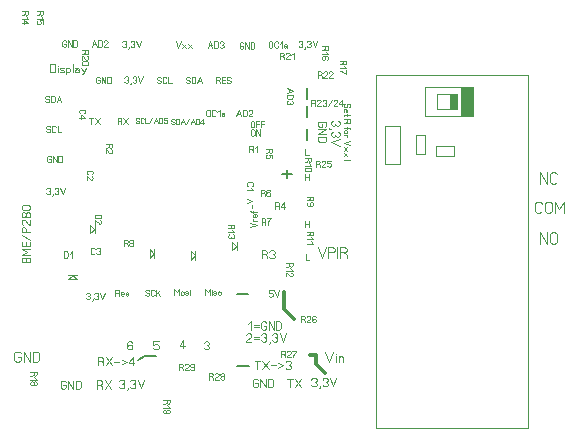
<source format=gbr>
%FSLAX32Y32*%
%MOMM*%
%LNBESTUECKUNG2*%
G71*
G01*
%ADD10C, 0.07*%
%ADD11C, 0.06*%
%ADD12C, 0.20*%
%ADD13C, 0.17*%
%ADD14C, 0.10*%
%ADD15C, 0.19*%
%ADD16C, 0.09*%
%ADD17C, 0.11*%
%ADD18C, 0.30*%
%ADD19C, 0.12*%
%LPD*%
G54D10*
X3136Y3248D02*
X3156Y3301D01*
X3176Y3248D01*
G54D10*
X3144Y3268D02*
X3168Y3268D01*
G54D10*
X3191Y3248D02*
X3191Y3301D01*
X3211Y3301D01*
X3219Y3298D01*
X3223Y3291D01*
X3223Y3258D01*
X3219Y3251D01*
X3211Y3248D01*
X3191Y3248D01*
G54D10*
X3270Y3248D02*
X3238Y3248D01*
X3238Y3251D01*
X3242Y3258D01*
X3266Y3278D01*
X3270Y3285D01*
X3270Y3291D01*
X3266Y3298D01*
X3258Y3301D01*
X3250Y3301D01*
X3242Y3298D01*
X3238Y3291D01*
G54D10*
X2913Y3291D02*
X2913Y3258D01*
X2909Y3251D01*
X2901Y3248D01*
X2893Y3248D01*
X2885Y3251D01*
X2881Y3258D01*
X2881Y3291D01*
X2885Y3298D01*
X2893Y3301D01*
X2901Y3301D01*
X2909Y3298D01*
X2913Y3291D01*
G54D10*
X2960Y3258D02*
X2956Y3251D01*
X2948Y3248D01*
X2940Y3248D01*
X2932Y3251D01*
X2928Y3258D01*
X2928Y3291D01*
X2932Y3298D01*
X2940Y3301D01*
X2948Y3301D01*
X2956Y3298D01*
X2960Y3291D01*
G54D10*
X2975Y3281D02*
X2995Y3301D01*
X2995Y3248D01*
G54D10*
X3010Y3275D02*
X3018Y3278D01*
X3027Y3278D01*
X3034Y3271D01*
X3034Y3248D01*
G54D10*
X3034Y3258D02*
X3030Y3265D01*
X3022Y3266D01*
X3014Y3265D01*
X3010Y3258D01*
X3011Y3251D01*
X3018Y3248D01*
X3022Y3248D01*
X3023Y3248D01*
X3030Y3251D01*
X3034Y3258D01*
G54D11*
X2585Y3189D02*
X2589Y3183D01*
X2595Y3181D01*
X2602Y3181D01*
X2609Y3183D01*
X2612Y3189D01*
X2612Y3195D01*
X2609Y3200D01*
X2602Y3203D01*
X2595Y3203D01*
X2589Y3206D01*
X2585Y3211D01*
X2585Y3217D01*
X2589Y3222D01*
X2595Y3225D01*
X2602Y3225D01*
X2609Y3222D01*
X2612Y3217D01*
G54D11*
X2624Y3181D02*
X2624Y3225D01*
X2641Y3225D01*
X2648Y3222D01*
X2651Y3217D01*
X2651Y3189D01*
X2648Y3183D01*
X2641Y3181D01*
X2624Y3181D01*
G54D11*
X2663Y3181D02*
X2680Y3225D01*
X2697Y3181D01*
G54D11*
X2670Y3197D02*
X2690Y3197D01*
G54D11*
X2708Y3181D02*
X2735Y3225D01*
G54D11*
X2747Y3181D02*
X2764Y3225D01*
X2781Y3181D01*
G54D11*
X2754Y3197D02*
X2774Y3197D01*
G54D11*
X2792Y3181D02*
X2792Y3225D01*
X2809Y3225D01*
X2816Y3222D01*
X2819Y3217D01*
X2819Y3189D01*
X2816Y3183D01*
X2809Y3181D01*
X2792Y3181D01*
G54D11*
X2851Y3181D02*
X2851Y3225D01*
X2831Y3197D01*
X2831Y3192D01*
X2858Y3192D01*
G54D11*
X2285Y3197D02*
X2288Y3191D01*
X2295Y3189D01*
X2301Y3189D01*
X2308Y3191D01*
X2311Y3197D01*
X2311Y3202D01*
X2308Y3208D01*
X2301Y3211D01*
X2295Y3211D01*
X2288Y3214D01*
X2285Y3219D01*
X2285Y3225D01*
X2288Y3230D01*
X2295Y3233D01*
X2301Y3233D01*
X2308Y3230D01*
X2311Y3225D01*
G54D11*
X2350Y3197D02*
X2347Y3191D01*
X2340Y3189D01*
X2334Y3189D01*
X2327Y3191D01*
X2324Y3197D01*
X2324Y3225D01*
X2327Y3230D01*
X2334Y3233D01*
X2340Y3233D01*
X2347Y3230D01*
X2350Y3225D01*
G54D11*
X2363Y3233D02*
X2363Y3189D01*
X2386Y3189D01*
G54D11*
X2398Y3189D02*
X2424Y3233D01*
G54D11*
X2437Y3189D02*
X2453Y3233D01*
X2470Y3189D01*
G54D11*
X2443Y3205D02*
X2463Y3205D01*
G54D11*
X2482Y3189D02*
X2482Y3233D01*
X2498Y3233D01*
X2505Y3230D01*
X2508Y3225D01*
X2508Y3197D01*
X2505Y3191D01*
X2498Y3189D01*
X2482Y3189D01*
G54D11*
X2547Y3233D02*
X2521Y3233D01*
X2521Y3214D01*
X2524Y3214D01*
X2531Y3216D01*
X2537Y3216D01*
X2544Y3214D01*
X2547Y3208D01*
X2547Y3197D01*
X2544Y3191D01*
X2537Y3189D01*
X2531Y3189D01*
X2524Y3191D01*
X2521Y3197D01*
G54D10*
X2145Y3211D02*
X2157Y3204D01*
X2161Y3197D01*
X2161Y3184D01*
G54D10*
X2129Y3184D02*
X2129Y3237D01*
X2149Y3237D01*
X2157Y3234D01*
X2161Y3227D01*
X2161Y3221D01*
X2157Y3214D01*
X2149Y3211D01*
X2129Y3211D01*
G54D10*
X2176Y3237D02*
X2216Y3184D01*
G54D10*
X2176Y3184D02*
X2216Y3237D01*
G54D10*
X1907Y3184D02*
X1907Y3237D01*
G54D10*
X1891Y3237D02*
X1923Y3237D01*
G54D10*
X1938Y3237D02*
X1978Y3184D01*
G54D10*
X1938Y3184D02*
X1978Y3237D01*
G54D10*
X3560Y3483D02*
X3613Y3463D01*
X3560Y3443D01*
G54D10*
X3580Y3475D02*
X3580Y3451D01*
G54D10*
X3560Y3428D02*
X3613Y3428D01*
X3613Y3408D01*
X3610Y3400D01*
X3603Y3396D01*
X3570Y3396D01*
X3563Y3400D01*
X3560Y3408D01*
X3560Y3428D01*
G54D10*
X3603Y3381D02*
X3610Y3377D01*
X3613Y3369D01*
X3613Y3361D01*
X3610Y3353D01*
X3603Y3349D01*
X3596Y3349D01*
X3590Y3353D01*
X3586Y3361D01*
X3583Y3353D01*
X3576Y3349D01*
X3570Y3349D01*
X3563Y3353D01*
X3560Y3361D01*
X3560Y3369D01*
X3563Y3377D01*
X3570Y3381D01*
G54D12*
X3237Y1746D02*
X3141Y1746D01*
G54D10*
X1863Y1743D02*
X1867Y1750D01*
X1875Y1753D01*
X1883Y1753D01*
X1891Y1750D01*
X1895Y1743D01*
X1895Y1737D01*
X1891Y1730D01*
X1883Y1727D01*
X1891Y1723D01*
X1895Y1717D01*
X1895Y1710D01*
X1891Y1703D01*
X1883Y1700D01*
X1875Y1700D01*
X1867Y1703D01*
X1863Y1710D01*
G54D10*
X1918Y1700D02*
X1918Y1693D01*
X1914Y1687D01*
X1910Y1687D01*
G54D10*
X1933Y1743D02*
X1937Y1750D01*
X1945Y1753D01*
X1953Y1753D01*
X1961Y1750D01*
X1965Y1743D01*
X1965Y1737D01*
X1961Y1730D01*
X1953Y1727D01*
X1961Y1723D01*
X1965Y1717D01*
X1965Y1710D01*
X1961Y1703D01*
X1953Y1700D01*
X1945Y1700D01*
X1937Y1703D01*
X1933Y1710D01*
G54D10*
X1980Y1753D02*
X2000Y1700D01*
X2020Y1753D01*
G54D10*
X2871Y1736D02*
X2871Y1789D01*
X2891Y1756D01*
X2911Y1789D01*
X2911Y1736D01*
G54D10*
X2926Y1736D02*
X2926Y1766D01*
G54D10*
X2926Y1776D02*
X2926Y1776D01*
G54D10*
X2941Y1739D02*
X2949Y1736D01*
X2957Y1736D01*
X2965Y1739D01*
X2965Y1746D01*
X2961Y1749D01*
X2945Y1753D01*
X2941Y1756D01*
X2941Y1763D01*
X2949Y1766D01*
X2957Y1766D01*
X2965Y1763D01*
G54D10*
X3004Y1744D02*
X3004Y1757D01*
X3000Y1764D01*
X2992Y1766D01*
X2984Y1764D01*
X2980Y1757D01*
X2980Y1744D01*
X2984Y1737D01*
X2992Y1736D01*
X3000Y1737D01*
X3004Y1744D01*
G54D10*
X2609Y1736D02*
X2609Y1789D01*
X2629Y1756D01*
X2649Y1789D01*
X2649Y1736D01*
G54D10*
X2688Y1744D02*
X2688Y1757D01*
X2684Y1764D01*
X2676Y1766D01*
X2668Y1764D01*
X2664Y1757D01*
X2664Y1744D01*
X2668Y1737D01*
X2676Y1736D01*
X2684Y1737D01*
X2688Y1744D01*
G54D10*
X2703Y1739D02*
X2711Y1736D01*
X2719Y1736D01*
X2727Y1739D01*
X2727Y1746D01*
X2723Y1749D01*
X2707Y1753D01*
X2703Y1756D01*
X2703Y1763D01*
X2711Y1766D01*
X2719Y1766D01*
X2727Y1763D01*
G54D10*
X2742Y1736D02*
X2742Y1766D01*
G54D10*
X2742Y1776D02*
X2742Y1776D01*
G54D10*
X2364Y1738D02*
X2368Y1731D01*
X2376Y1728D01*
X2384Y1728D01*
X2392Y1731D01*
X2396Y1738D01*
X2396Y1745D01*
X2392Y1751D01*
X2384Y1755D01*
X2376Y1755D01*
X2368Y1758D01*
X2364Y1765D01*
X2364Y1771D01*
X2368Y1778D01*
X2376Y1781D01*
X2384Y1781D01*
X2392Y1778D01*
X2396Y1771D01*
G54D10*
X2443Y1738D02*
X2439Y1731D01*
X2431Y1728D01*
X2423Y1728D01*
X2415Y1731D01*
X2411Y1738D01*
X2411Y1771D01*
X2415Y1778D01*
X2423Y1781D01*
X2431Y1781D01*
X2439Y1778D01*
X2443Y1771D01*
G54D10*
X2458Y1728D02*
X2458Y1781D01*
G54D10*
X2458Y1745D02*
X2490Y1781D01*
G54D10*
X2470Y1755D02*
X2490Y1728D01*
G54D10*
X2127Y1755D02*
X2139Y1748D01*
X2143Y1741D01*
X2143Y1728D01*
G54D10*
X2111Y1728D02*
X2111Y1781D01*
X2131Y1781D01*
X2139Y1778D01*
X2143Y1771D01*
X2143Y1765D01*
X2139Y1758D01*
X2131Y1755D01*
X2111Y1755D01*
G54D10*
X2182Y1731D02*
X2176Y1728D01*
X2168Y1728D01*
X2160Y1731D01*
X2158Y1738D01*
X2158Y1749D01*
X2162Y1756D01*
X2170Y1758D01*
X2178Y1756D01*
X2182Y1751D01*
X2182Y1745D01*
X2158Y1745D01*
G54D10*
X2197Y1731D02*
X2205Y1728D01*
X2213Y1728D01*
X2221Y1731D01*
X2221Y1738D01*
X2217Y1741D01*
X2201Y1745D01*
X2197Y1748D01*
X2197Y1755D01*
X2205Y1758D01*
X2213Y1758D01*
X2221Y1755D01*
G54D13*
X3602Y2757D02*
X3522Y2757D01*
G54D13*
X3562Y2790D02*
X3562Y2724D01*
G54D10*
X3442Y1773D02*
X3410Y1773D01*
X3410Y1750D01*
X3414Y1750D01*
X3422Y1753D01*
X3430Y1753D01*
X3438Y1750D01*
X3442Y1743D01*
X3442Y1730D01*
X3438Y1723D01*
X3430Y1720D01*
X3422Y1720D01*
X3414Y1723D01*
X3410Y1730D01*
G54D10*
X3457Y1773D02*
X3477Y1720D01*
X3497Y1773D01*
G54D10*
X3287Y3197D02*
X3287Y3163D01*
X3283Y3157D01*
X3275Y3153D01*
X3267Y3153D01*
X3259Y3157D01*
X3255Y3163D01*
X3255Y3197D01*
X3259Y3203D01*
X3267Y3207D01*
X3275Y3207D01*
X3283Y3203D01*
X3287Y3197D01*
G54D10*
X3302Y3153D02*
X3302Y3207D01*
X3330Y3207D01*
G54D10*
X3302Y3180D02*
X3330Y3180D01*
G54D10*
X3345Y3153D02*
X3345Y3207D01*
X3373Y3207D01*
G54D10*
X3345Y3180D02*
X3373Y3180D01*
G54D10*
X3290Y3126D02*
X3290Y3093D01*
X3286Y3086D01*
X3278Y3083D01*
X3270Y3083D01*
X3262Y3086D01*
X3258Y3093D01*
X3258Y3126D01*
X3262Y3133D01*
X3270Y3136D01*
X3278Y3136D01*
X3286Y3133D01*
X3290Y3126D01*
G54D10*
X3305Y3083D02*
X3305Y3136D01*
X3337Y3083D01*
X3337Y3136D01*
G54D14*
X1710Y1867D02*
X1782Y1867D01*
X1742Y1906D01*
X1742Y1898D01*
X1710Y1867D01*
G54D14*
X1710Y1906D02*
X1774Y1906D01*
X1782Y1906D01*
G54D14*
X1900Y2328D02*
X1900Y2256D01*
X1940Y2296D01*
X1932Y2296D01*
X1900Y2328D01*
G54D14*
X1940Y2328D02*
X1940Y2264D01*
X1940Y2256D01*
G54D14*
X2400Y2121D02*
X2400Y2050D01*
X2440Y2089D01*
X2432Y2089D01*
X2400Y2121D01*
G54D14*
X2440Y2121D02*
X2440Y2058D01*
X2440Y2050D01*
G54D14*
X2750Y2105D02*
X2750Y2034D01*
X2789Y2074D01*
X2781Y2074D01*
X2750Y2105D01*
G54D14*
X2789Y2105D02*
X2789Y2042D01*
X2789Y2034D01*
G54D14*
X3099Y2185D02*
X3099Y2113D01*
X3139Y2153D01*
X3131Y2153D01*
X3099Y2185D01*
G54D14*
X3139Y2185D02*
X3139Y2121D01*
X3139Y2113D01*
G54D10*
X3719Y2709D02*
X3719Y2762D01*
G54D10*
X3751Y2709D02*
X3751Y2762D01*
G54D10*
X3719Y2735D02*
X3751Y2735D01*
G54D10*
X3719Y2312D02*
X3719Y2365D01*
G54D10*
X3751Y2312D02*
X3751Y2365D01*
G54D10*
X3719Y2338D02*
X3751Y2338D01*
G54D10*
X3718Y2970D02*
X3718Y2917D01*
X3746Y2917D01*
G54D10*
X3726Y2081D02*
X3726Y2028D01*
X3754Y2028D01*
G54D15*
X3737Y3051D02*
X3737Y3141D01*
G54D15*
X3737Y3392D02*
X3737Y3483D01*
G54D15*
X3737Y3241D02*
X3737Y3332D01*
G54D10*
X3253Y2308D02*
X3306Y2328D01*
X3253Y2348D01*
G54D10*
X3306Y2363D02*
X3276Y2363D01*
G54D10*
X3283Y2363D02*
X3276Y2371D01*
X3276Y2379D01*
G54D10*
X3303Y2418D02*
X3306Y2412D01*
X3306Y2404D01*
X3303Y2396D01*
X3296Y2394D01*
X3285Y2394D01*
X3278Y2398D01*
X3276Y2406D01*
X3278Y2414D01*
X3283Y2418D01*
X3289Y2418D01*
X3289Y2394D01*
G54D10*
X3306Y2441D02*
X3256Y2441D01*
X3253Y2445D01*
X3255Y2449D01*
G54D10*
X3276Y2433D02*
X3276Y2449D01*
G54D11*
X3226Y2545D02*
X3270Y2529D01*
X3226Y2512D01*
G54D11*
X3270Y2500D02*
X3270Y2467D01*
G54D10*
X3261Y2969D02*
X3273Y2962D01*
X3277Y2955D01*
X3277Y2942D01*
G54D10*
X3245Y2942D02*
X3245Y2995D01*
X3265Y2995D01*
X3273Y2992D01*
X3277Y2985D01*
X3277Y2979D01*
X3273Y2972D01*
X3265Y2969D01*
X3245Y2969D01*
G54D10*
X3292Y2975D02*
X3312Y2995D01*
X3312Y2942D01*
G54D10*
X2055Y2998D02*
X2048Y2986D01*
X2042Y2982D01*
X2028Y2982D01*
G54D10*
X2028Y3014D02*
X2082Y3014D01*
X2082Y2994D01*
X2078Y2986D01*
X2072Y2982D01*
X2065Y2982D01*
X2058Y2986D01*
X2055Y2994D01*
X2055Y3014D01*
G54D10*
X2028Y2935D02*
X2028Y2967D01*
X2032Y2967D01*
X2038Y2963D01*
X2058Y2939D01*
X2065Y2935D01*
X2072Y2935D01*
X2078Y2939D01*
X2082Y2947D01*
X2082Y2955D01*
X2078Y2963D01*
X2072Y2967D01*
G54D16*
X3374Y2079D02*
X3390Y2070D01*
X3395Y2061D01*
X3395Y2044D01*
G54D16*
X3352Y2044D02*
X3352Y2115D01*
X3379Y2115D01*
X3390Y2110D01*
X3395Y2101D01*
X3395Y2093D01*
X3390Y2084D01*
X3379Y2079D01*
X3352Y2079D01*
G54D16*
X3415Y2101D02*
X3421Y2110D01*
X3431Y2115D01*
X3442Y2115D01*
X3453Y2110D01*
X3458Y2101D01*
X3458Y2093D01*
X3453Y2084D01*
X3442Y2079D01*
X3453Y2075D01*
X3458Y2066D01*
X3458Y2057D01*
X3453Y2048D01*
X3442Y2044D01*
X3431Y2044D01*
X3421Y2048D01*
X3415Y2057D01*
G54D10*
X3481Y2492D02*
X3493Y2485D01*
X3497Y2479D01*
X3497Y2465D01*
G54D10*
X3465Y2465D02*
X3465Y2519D01*
X3485Y2519D01*
X3493Y2515D01*
X3497Y2509D01*
X3497Y2502D01*
X3493Y2495D01*
X3485Y2492D01*
X3465Y2492D01*
G54D10*
X3536Y2465D02*
X3536Y2519D01*
X3512Y2485D01*
X3512Y2479D01*
X3544Y2479D01*
G54D10*
X3411Y2954D02*
X3404Y2942D01*
X3397Y2938D01*
X3384Y2938D01*
G54D10*
X3384Y2970D02*
X3437Y2970D01*
X3437Y2950D01*
X3434Y2942D01*
X3427Y2938D01*
X3421Y2938D01*
X3414Y2942D01*
X3411Y2950D01*
X3411Y2970D01*
G54D10*
X3437Y2891D02*
X3437Y2923D01*
X3414Y2923D01*
X3414Y2919D01*
X3417Y2911D01*
X3417Y2903D01*
X3414Y2895D01*
X3407Y2891D01*
X3394Y2891D01*
X3387Y2895D01*
X3384Y2903D01*
X3384Y2911D01*
X3387Y2919D01*
X3394Y2923D01*
G54D10*
X2199Y2175D02*
X2211Y2168D01*
X2215Y2161D01*
X2215Y2148D01*
G54D10*
X2183Y2148D02*
X2183Y2201D01*
X2203Y2201D01*
X2211Y2198D01*
X2215Y2191D01*
X2215Y2185D01*
X2211Y2178D01*
X2203Y2175D01*
X2183Y2175D01*
G54D10*
X2250Y2175D02*
X2242Y2175D01*
X2234Y2178D01*
X2230Y2185D01*
X2230Y2191D01*
X2234Y2198D01*
X2242Y2201D01*
X2250Y2201D01*
X2258Y2198D01*
X2262Y2191D01*
X2262Y2185D01*
X2258Y2178D01*
X2250Y2175D01*
X2258Y2171D01*
X2262Y2165D01*
X2262Y2158D01*
X2258Y2151D01*
X2250Y2148D01*
X2242Y2148D01*
X2234Y2151D01*
X2230Y2158D01*
X2230Y2165D01*
X2234Y2171D01*
X2242Y2175D01*
G54D10*
X3358Y2601D02*
X3370Y2594D01*
X3374Y2587D01*
X3374Y2574D01*
G54D10*
X3342Y2574D02*
X3342Y2627D01*
X3362Y2627D01*
X3370Y2624D01*
X3374Y2617D01*
X3374Y2611D01*
X3370Y2604D01*
X3362Y2601D01*
X3342Y2601D01*
G54D10*
X3421Y2617D02*
X3417Y2624D01*
X3409Y2627D01*
X3401Y2627D01*
X3393Y2624D01*
X3389Y2617D01*
X3389Y2601D01*
X3389Y2597D01*
X3401Y2604D01*
X3409Y2604D01*
X3417Y2601D01*
X3421Y2594D01*
X3421Y2584D01*
X3417Y2577D01*
X3409Y2574D01*
X3401Y2574D01*
X3393Y2577D01*
X3389Y2584D01*
X3389Y2601D01*
G54D10*
X3364Y2356D02*
X3376Y2349D01*
X3380Y2343D01*
X3380Y2329D01*
G54D10*
X3348Y2329D02*
X3348Y2383D01*
X3368Y2383D01*
X3376Y2379D01*
X3380Y2373D01*
X3380Y2366D01*
X3376Y2359D01*
X3368Y2356D01*
X3348Y2356D01*
G54D10*
X3395Y2383D02*
X3427Y2383D01*
X3423Y2376D01*
X3415Y2366D01*
X3407Y2353D01*
X3403Y2343D01*
X3403Y2329D01*
G54D10*
X3743Y2879D02*
X3737Y2867D01*
X3730Y2863D01*
X3717Y2863D01*
G54D10*
X3717Y2895D02*
X3770Y2895D01*
X3770Y2875D01*
X3767Y2867D01*
X3760Y2863D01*
X3753Y2863D01*
X3747Y2867D01*
X3743Y2875D01*
X3743Y2895D01*
G54D10*
X3750Y2848D02*
X3770Y2828D01*
X3717Y2828D01*
G54D10*
X3760Y2781D02*
X3727Y2781D01*
X3720Y2785D01*
X3717Y2793D01*
X3717Y2801D01*
X3720Y2809D01*
X3727Y2813D01*
X3760Y2813D01*
X3767Y2809D01*
X3770Y2801D01*
X3770Y2793D01*
X3767Y2785D01*
X3760Y2781D01*
G54D10*
X3584Y1990D02*
X3578Y1978D01*
X3571Y1974D01*
X3558Y1974D01*
G54D10*
X3558Y2006D02*
X3611Y2006D01*
X3611Y1986D01*
X3608Y1978D01*
X3601Y1974D01*
X3594Y1974D01*
X3588Y1978D01*
X3584Y1986D01*
X3584Y2006D01*
G54D10*
X3591Y1959D02*
X3611Y1939D01*
X3558Y1939D01*
G54D10*
X3558Y1892D02*
X3558Y1924D01*
X3561Y1924D01*
X3568Y1920D01*
X3588Y1896D01*
X3594Y1892D01*
X3601Y1892D01*
X3608Y1896D01*
X3611Y1904D01*
X3611Y1912D01*
X3608Y1920D01*
X3601Y1924D01*
G54D10*
X3759Y2256D02*
X3752Y2244D01*
X3746Y2240D01*
X3732Y2240D01*
G54D10*
X3732Y2272D02*
X3786Y2272D01*
X3786Y2252D01*
X3782Y2244D01*
X3776Y2240D01*
X3769Y2240D01*
X3762Y2244D01*
X3759Y2252D01*
X3759Y2272D01*
G54D10*
X3766Y2225D02*
X3786Y2205D01*
X3732Y2205D01*
G54D10*
X3766Y2190D02*
X3786Y2170D01*
X3732Y2170D01*
G54D10*
X3759Y2552D02*
X3752Y2540D01*
X3746Y2536D01*
X3732Y2536D01*
G54D10*
X3732Y2568D02*
X3786Y2568D01*
X3786Y2548D01*
X3782Y2540D01*
X3776Y2536D01*
X3769Y2536D01*
X3762Y2540D01*
X3759Y2548D01*
X3759Y2568D01*
G54D10*
X3742Y2521D02*
X3736Y2517D01*
X3732Y2509D01*
X3732Y2501D01*
X3736Y2493D01*
X3742Y2489D01*
X3759Y2489D01*
X3762Y2489D01*
X3756Y2501D01*
X3756Y2509D01*
X3759Y2517D01*
X3766Y2521D01*
X3776Y2521D01*
X3782Y2517D01*
X3786Y2509D01*
X3786Y2501D01*
X3782Y2493D01*
X3776Y2489D01*
X3759Y2489D01*
G54D10*
X1677Y2051D02*
X1677Y2104D01*
X1697Y2104D01*
X1705Y2101D01*
X1709Y2094D01*
X1709Y2061D01*
X1705Y2054D01*
X1697Y2051D01*
X1677Y2051D01*
G54D10*
X1724Y2084D02*
X1744Y2104D01*
X1744Y2051D01*
G54D10*
X1939Y2415D02*
X1992Y2415D01*
X1992Y2395D01*
X1989Y2387D01*
X1982Y2383D01*
X1949Y2383D01*
X1942Y2387D01*
X1939Y2395D01*
X1939Y2415D01*
G54D10*
X1939Y2336D02*
X1939Y2368D01*
X1942Y2368D01*
X1949Y2364D01*
X1969Y2340D01*
X1975Y2336D01*
X1982Y2336D01*
X1989Y2340D01*
X1992Y2348D01*
X1992Y2356D01*
X1989Y2364D01*
X1982Y2368D01*
G54D10*
X1935Y2089D02*
X1931Y2082D01*
X1923Y2079D01*
X1915Y2079D01*
X1907Y2082D01*
X1903Y2089D01*
X1903Y2122D01*
X1907Y2129D01*
X1915Y2132D01*
X1923Y2132D01*
X1931Y2129D01*
X1935Y2122D01*
G54D10*
X1950Y2122D02*
X1954Y2129D01*
X1962Y2132D01*
X1970Y2132D01*
X1978Y2129D01*
X1982Y2122D01*
X1982Y2115D01*
X1978Y2109D01*
X1970Y2105D01*
X1978Y2102D01*
X1982Y2095D01*
X1982Y2089D01*
X1978Y2082D01*
X1970Y2079D01*
X1962Y2079D01*
X1954Y2082D01*
X1950Y2089D01*
G54D10*
X3234Y2657D02*
X3228Y2661D01*
X3224Y2669D01*
X3224Y2677D01*
X3228Y2685D01*
X3234Y2689D01*
X3268Y2689D01*
X3274Y2685D01*
X3278Y2677D01*
X3278Y2669D01*
X3274Y2661D01*
X3268Y2657D01*
G54D10*
X3258Y2642D02*
X3278Y2622D01*
X3224Y2622D01*
G54D10*
X1877Y2756D02*
X1870Y2760D01*
X1867Y2768D01*
X1867Y2776D01*
X1870Y2784D01*
X1877Y2788D01*
X1910Y2788D01*
X1917Y2784D01*
X1920Y2776D01*
X1920Y2768D01*
X1917Y2760D01*
X1910Y2756D01*
G54D10*
X1867Y2709D02*
X1867Y2741D01*
X1870Y2741D01*
X1877Y2737D01*
X1897Y2713D01*
X1904Y2709D01*
X1910Y2709D01*
X1917Y2713D01*
X1920Y2721D01*
X1920Y2729D01*
X1917Y2737D01*
X1910Y2741D01*
G54D10*
X3092Y2315D02*
X3086Y2303D01*
X3079Y2299D01*
X3066Y2299D01*
G54D10*
X3066Y2331D02*
X3119Y2331D01*
X3119Y2311D01*
X3116Y2303D01*
X3109Y2299D01*
X3102Y2299D01*
X3096Y2303D01*
X3092Y2311D01*
X3092Y2331D01*
G54D10*
X3099Y2284D02*
X3119Y2264D01*
X3066Y2264D01*
G54D10*
X3109Y2249D02*
X3116Y2245D01*
X3119Y2237D01*
X3119Y2229D01*
X3116Y2221D01*
X3109Y2217D01*
X3102Y2217D01*
X3096Y2221D01*
X3092Y2229D01*
X3089Y2221D01*
X3082Y2217D01*
X3076Y2217D01*
X3069Y2221D01*
X3066Y2229D01*
X3066Y2237D01*
X3069Y2245D01*
X3076Y2249D01*
G54D10*
X1814Y3272D02*
X1807Y3276D01*
X1804Y3284D01*
X1804Y3292D01*
X1807Y3300D01*
X1814Y3304D01*
X1847Y3304D01*
X1854Y3300D01*
X1857Y3292D01*
X1857Y3284D01*
X1854Y3276D01*
X1847Y3272D01*
G54D10*
X1804Y3233D02*
X1857Y3233D01*
X1824Y3257D01*
X1817Y3257D01*
X1817Y3225D01*
G54D10*
X1527Y2631D02*
X1531Y2637D01*
X1539Y2641D01*
X1547Y2641D01*
X1555Y2637D01*
X1559Y2631D01*
X1559Y2624D01*
X1555Y2617D01*
X1547Y2614D01*
X1555Y2611D01*
X1559Y2604D01*
X1559Y2597D01*
X1555Y2591D01*
X1547Y2587D01*
X1539Y2587D01*
X1531Y2591D01*
X1527Y2597D01*
G54D10*
X1582Y2587D02*
X1582Y2581D01*
X1578Y2574D01*
X1574Y2574D01*
G54D10*
X1597Y2631D02*
X1601Y2637D01*
X1609Y2641D01*
X1617Y2641D01*
X1625Y2637D01*
X1629Y2631D01*
X1629Y2624D01*
X1625Y2617D01*
X1617Y2614D01*
X1625Y2611D01*
X1629Y2604D01*
X1629Y2597D01*
X1625Y2591D01*
X1617Y2587D01*
X1609Y2587D01*
X1601Y2591D01*
X1597Y2597D01*
G54D10*
X1644Y2641D02*
X1664Y2587D01*
X1684Y2641D01*
G54D10*
X1551Y2887D02*
X1567Y2887D01*
X1567Y2870D01*
X1563Y2864D01*
X1555Y2860D01*
X1547Y2860D01*
X1539Y2864D01*
X1535Y2870D01*
X1535Y2904D01*
X1539Y2910D01*
X1547Y2914D01*
X1555Y2914D01*
X1563Y2910D01*
X1567Y2904D01*
G54D10*
X1582Y2860D02*
X1582Y2914D01*
X1614Y2860D01*
X1614Y2914D01*
G54D10*
X1629Y2860D02*
X1629Y2914D01*
X1649Y2914D01*
X1657Y2910D01*
X1661Y2904D01*
X1661Y2870D01*
X1657Y2864D01*
X1649Y2860D01*
X1629Y2860D01*
G54D10*
X1519Y3378D02*
X1523Y3372D01*
X1531Y3368D01*
X1539Y3368D01*
X1547Y3372D01*
X1551Y3378D01*
X1551Y3385D01*
X1547Y3392D01*
X1539Y3395D01*
X1531Y3395D01*
X1523Y3398D01*
X1519Y3405D01*
X1519Y3412D01*
X1523Y3418D01*
X1531Y3422D01*
X1539Y3422D01*
X1547Y3418D01*
X1551Y3412D01*
G54D10*
X1566Y3368D02*
X1566Y3422D01*
X1586Y3422D01*
X1594Y3418D01*
X1598Y3412D01*
X1598Y3378D01*
X1594Y3372D01*
X1586Y3368D01*
X1566Y3368D01*
G54D10*
X1613Y3368D02*
X1633Y3422D01*
X1653Y3368D01*
G54D10*
X1621Y3388D02*
X1645Y3388D01*
G54D10*
X1527Y3124D02*
X1531Y3118D01*
X1539Y3114D01*
X1547Y3114D01*
X1555Y3118D01*
X1559Y3124D01*
X1559Y3131D01*
X1555Y3138D01*
X1547Y3141D01*
X1539Y3141D01*
X1531Y3144D01*
X1527Y3151D01*
X1527Y3158D01*
X1531Y3164D01*
X1539Y3168D01*
X1547Y3168D01*
X1555Y3164D01*
X1559Y3158D01*
G54D10*
X1606Y3124D02*
X1602Y3118D01*
X1594Y3114D01*
X1586Y3114D01*
X1578Y3118D01*
X1574Y3124D01*
X1574Y3158D01*
X1578Y3164D01*
X1586Y3168D01*
X1594Y3168D01*
X1602Y3164D01*
X1606Y3158D01*
G54D10*
X1621Y3168D02*
X1621Y3114D01*
X1649Y3114D01*
G54D10*
X3178Y3847D02*
X3194Y3847D01*
X3194Y3831D01*
X3190Y3824D01*
X3182Y3821D01*
X3174Y3821D01*
X3166Y3824D01*
X3162Y3831D01*
X3162Y3864D01*
X3166Y3871D01*
X3174Y3874D01*
X3182Y3874D01*
X3190Y3871D01*
X3194Y3864D01*
G54D10*
X3209Y3821D02*
X3209Y3874D01*
X3241Y3821D01*
X3241Y3874D01*
G54D10*
X3256Y3821D02*
X3256Y3874D01*
X3276Y3874D01*
X3284Y3871D01*
X3288Y3864D01*
X3288Y3831D01*
X3284Y3824D01*
X3276Y3821D01*
X3256Y3821D01*
G54D10*
X2186Y3575D02*
X2190Y3582D01*
X2198Y3585D01*
X2206Y3585D01*
X2214Y3582D01*
X2218Y3575D01*
X2218Y3569D01*
X2214Y3562D01*
X2206Y3559D01*
X2214Y3555D01*
X2218Y3549D01*
X2218Y3542D01*
X2214Y3535D01*
X2206Y3532D01*
X2198Y3532D01*
X2190Y3535D01*
X2186Y3542D01*
G54D10*
X2241Y3532D02*
X2241Y3525D01*
X2237Y3519D01*
X2233Y3519D01*
G54D10*
X2256Y3575D02*
X2260Y3582D01*
X2268Y3585D01*
X2276Y3585D01*
X2284Y3582D01*
X2288Y3575D01*
X2288Y3569D01*
X2284Y3562D01*
X2276Y3559D01*
X2284Y3555D01*
X2288Y3549D01*
X2288Y3542D01*
X2284Y3535D01*
X2276Y3532D01*
X2268Y3532D01*
X2260Y3535D01*
X2256Y3542D01*
G54D10*
X2303Y3585D02*
X2323Y3532D01*
X2343Y3585D01*
G54D10*
X1964Y3554D02*
X1980Y3554D01*
X1980Y3537D01*
X1976Y3530D01*
X1968Y3527D01*
X1960Y3527D01*
X1952Y3530D01*
X1948Y3537D01*
X1948Y3570D01*
X1952Y3577D01*
X1960Y3580D01*
X1968Y3580D01*
X1976Y3577D01*
X1980Y3570D01*
G54D10*
X1995Y3527D02*
X1995Y3580D01*
X2027Y3527D01*
X2027Y3580D01*
G54D10*
X2042Y3527D02*
X2042Y3580D01*
X2062Y3580D01*
X2070Y3577D01*
X2074Y3570D01*
X2074Y3537D01*
X2070Y3530D01*
X2062Y3527D01*
X2042Y3527D01*
G54D10*
X2464Y3537D02*
X2468Y3530D01*
X2476Y3527D01*
X2484Y3527D01*
X2492Y3530D01*
X2496Y3537D01*
X2496Y3544D01*
X2492Y3550D01*
X2484Y3554D01*
X2476Y3554D01*
X2468Y3557D01*
X2464Y3564D01*
X2464Y3570D01*
X2468Y3577D01*
X2476Y3580D01*
X2484Y3580D01*
X2492Y3577D01*
X2496Y3570D01*
G54D10*
X2543Y3537D02*
X2539Y3530D01*
X2531Y3527D01*
X2523Y3527D01*
X2515Y3530D01*
X2511Y3537D01*
X2511Y3570D01*
X2515Y3577D01*
X2523Y3580D01*
X2531Y3580D01*
X2539Y3577D01*
X2543Y3570D01*
G54D10*
X2558Y3580D02*
X2558Y3527D01*
X2586Y3527D01*
G54D10*
X2710Y3537D02*
X2714Y3530D01*
X2722Y3527D01*
X2730Y3527D01*
X2738Y3530D01*
X2742Y3537D01*
X2742Y3544D01*
X2738Y3550D01*
X2730Y3554D01*
X2722Y3554D01*
X2714Y3557D01*
X2710Y3564D01*
X2710Y3570D01*
X2714Y3577D01*
X2722Y3580D01*
X2730Y3580D01*
X2738Y3577D01*
X2742Y3570D01*
G54D10*
X2757Y3527D02*
X2757Y3580D01*
X2777Y3580D01*
X2785Y3577D01*
X2789Y3570D01*
X2789Y3537D01*
X2785Y3530D01*
X2777Y3527D01*
X2757Y3527D01*
G54D10*
X2804Y3527D02*
X2824Y3580D01*
X2844Y3527D01*
G54D10*
X2812Y3547D02*
X2836Y3547D01*
G54D10*
X2980Y3554D02*
X2992Y3547D01*
X2996Y3540D01*
X2996Y3527D01*
G54D10*
X2964Y3527D02*
X2964Y3580D01*
X2984Y3580D01*
X2992Y3577D01*
X2996Y3570D01*
X2996Y3564D01*
X2992Y3557D01*
X2984Y3554D01*
X2964Y3554D01*
G54D10*
X3039Y3527D02*
X3011Y3527D01*
X3011Y3580D01*
X3039Y3580D01*
G54D10*
X3011Y3554D02*
X3039Y3554D01*
G54D10*
X3054Y3537D02*
X3058Y3530D01*
X3066Y3527D01*
X3074Y3527D01*
X3082Y3530D01*
X3086Y3537D01*
X3086Y3544D01*
X3082Y3550D01*
X3074Y3554D01*
X3066Y3554D01*
X3058Y3557D01*
X3054Y3564D01*
X3054Y3570D01*
X3058Y3577D01*
X3066Y3580D01*
X3074Y3580D01*
X3082Y3577D01*
X3086Y3570D01*
G54D16*
X1561Y3620D02*
X1561Y3691D01*
X1587Y3691D01*
X1598Y3687D01*
X1603Y3678D01*
X1603Y3634D01*
X1598Y3625D01*
X1587Y3620D01*
X1561Y3620D01*
G54D16*
X1624Y3620D02*
X1624Y3660D01*
G54D16*
X1624Y3674D02*
X1624Y3674D01*
G54D16*
X1644Y3625D02*
X1654Y3620D01*
X1665Y3620D01*
X1676Y3625D01*
X1676Y3634D01*
X1670Y3638D01*
X1649Y3642D01*
X1644Y3647D01*
X1644Y3656D01*
X1654Y3660D01*
X1665Y3660D01*
X1676Y3656D01*
G54D16*
X1696Y3660D02*
X1696Y3602D01*
G54D16*
X1696Y3634D02*
X1701Y3622D01*
X1712Y3620D01*
X1722Y3622D01*
X1728Y3631D01*
X1728Y3649D01*
X1722Y3658D01*
X1712Y3660D01*
X1701Y3658D01*
X1696Y3647D01*
G54D16*
X1748Y3620D02*
X1748Y3691D01*
G54D16*
X1768Y3656D02*
X1778Y3660D01*
X1791Y3660D01*
X1800Y3651D01*
X1800Y3620D01*
G54D16*
X1800Y3634D02*
X1794Y3642D01*
X1784Y3644D01*
X1773Y3642D01*
X1768Y3634D01*
X1770Y3625D01*
X1778Y3620D01*
X1784Y3620D01*
X1786Y3620D01*
X1794Y3625D01*
X1800Y3634D01*
G54D16*
X1820Y3660D02*
X1841Y3620D01*
X1862Y3660D01*
G54D16*
X1841Y3620D02*
X1836Y3607D01*
X1830Y3602D01*
X1825Y3602D01*
G54D16*
X1389Y2010D02*
X1318Y2010D01*
X1318Y2036D01*
X1322Y2047D01*
X1331Y2052D01*
X1340Y2052D01*
X1349Y2047D01*
X1353Y2036D01*
X1358Y2047D01*
X1367Y2052D01*
X1375Y2052D01*
X1384Y2047D01*
X1389Y2036D01*
X1389Y2010D01*
G54D16*
X1353Y2010D02*
X1353Y2036D01*
G54D16*
X1389Y2073D02*
X1318Y2073D01*
X1362Y2099D01*
X1318Y2126D01*
X1389Y2126D01*
G54D16*
X1389Y2183D02*
X1389Y2146D01*
X1318Y2146D01*
X1318Y2183D01*
G54D16*
X1353Y2146D02*
X1353Y2183D01*
G54D16*
X1389Y2203D02*
X1318Y2245D01*
G54D16*
X1389Y2266D02*
X1318Y2266D01*
X1318Y2292D01*
X1322Y2303D01*
X1331Y2308D01*
X1340Y2308D01*
X1349Y2303D01*
X1353Y2292D01*
X1353Y2266D01*
G54D16*
X1389Y2371D02*
X1389Y2329D01*
X1384Y2329D01*
X1375Y2334D01*
X1349Y2366D01*
X1340Y2371D01*
X1331Y2371D01*
X1322Y2366D01*
X1318Y2355D01*
X1318Y2345D01*
X1322Y2334D01*
X1331Y2329D01*
G54D16*
X1353Y2418D02*
X1353Y2408D01*
X1349Y2397D01*
X1340Y2392D01*
X1331Y2392D01*
X1322Y2397D01*
X1318Y2408D01*
X1318Y2418D01*
X1322Y2429D01*
X1331Y2434D01*
X1340Y2434D01*
X1349Y2429D01*
X1353Y2418D01*
X1358Y2429D01*
X1367Y2434D01*
X1375Y2434D01*
X1384Y2429D01*
X1389Y2418D01*
X1389Y2408D01*
X1384Y2397D01*
X1375Y2392D01*
X1367Y2392D01*
X1358Y2397D01*
X1353Y2408D01*
G54D16*
X1331Y2497D02*
X1375Y2497D01*
X1384Y2492D01*
X1389Y2481D01*
X1389Y2471D01*
X1384Y2460D01*
X1375Y2455D01*
X1331Y2455D01*
X1322Y2460D01*
X1318Y2471D01*
X1318Y2481D01*
X1322Y2492D01*
X1331Y2497D01*
G54D10*
X2893Y3828D02*
X2913Y3881D01*
X2933Y3828D01*
G54D10*
X2901Y3848D02*
X2925Y3848D01*
G54D10*
X2948Y3828D02*
X2948Y3881D01*
X2968Y3881D01*
X2976Y3878D01*
X2980Y3871D01*
X2980Y3838D01*
X2976Y3831D01*
X2968Y3828D01*
X2948Y3828D01*
G54D10*
X2995Y3871D02*
X2999Y3878D01*
X3007Y3881D01*
X3015Y3881D01*
X3023Y3878D01*
X3027Y3871D01*
X3027Y3865D01*
X3023Y3858D01*
X3015Y3855D01*
X3023Y3851D01*
X3027Y3845D01*
X3027Y3838D01*
X3023Y3831D01*
X3015Y3828D01*
X3007Y3828D01*
X2999Y3831D01*
X2995Y3838D01*
G54D10*
X3440Y3872D02*
X3440Y3839D01*
X3436Y3832D01*
X3428Y3829D01*
X3420Y3829D01*
X3412Y3832D01*
X3408Y3839D01*
X3408Y3872D01*
X3412Y3879D01*
X3420Y3882D01*
X3428Y3882D01*
X3436Y3879D01*
X3440Y3872D01*
G54D10*
X3488Y3839D02*
X3484Y3832D01*
X3476Y3829D01*
X3468Y3829D01*
X3460Y3832D01*
X3456Y3839D01*
X3456Y3872D01*
X3460Y3879D01*
X3468Y3882D01*
X3476Y3882D01*
X3484Y3879D01*
X3488Y3872D01*
G54D10*
X3502Y3862D02*
X3522Y3882D01*
X3522Y3829D01*
G54D10*
X3538Y3855D02*
X3546Y3859D01*
X3555Y3859D01*
X3562Y3852D01*
X3562Y3829D01*
G54D10*
X3562Y3839D02*
X3558Y3845D01*
X3550Y3847D01*
X3542Y3845D01*
X3538Y3839D01*
X3539Y3832D01*
X3546Y3829D01*
X3550Y3829D01*
X3551Y3829D01*
X3558Y3832D01*
X3562Y3839D01*
G54D10*
X2170Y3877D02*
X2174Y3884D01*
X2182Y3887D01*
X2190Y3887D01*
X2198Y3884D01*
X2202Y3877D01*
X2202Y3870D01*
X2198Y3864D01*
X2190Y3860D01*
X2198Y3857D01*
X2202Y3850D01*
X2202Y3844D01*
X2198Y3837D01*
X2190Y3834D01*
X2182Y3834D01*
X2174Y3837D01*
X2170Y3844D01*
G54D10*
X2225Y3834D02*
X2225Y3827D01*
X2221Y3820D01*
X2217Y3820D01*
G54D10*
X2240Y3877D02*
X2244Y3884D01*
X2252Y3887D01*
X2260Y3887D01*
X2268Y3884D01*
X2272Y3877D01*
X2272Y3870D01*
X2268Y3864D01*
X2260Y3860D01*
X2268Y3857D01*
X2272Y3850D01*
X2272Y3844D01*
X2268Y3837D01*
X2260Y3834D01*
X2252Y3834D01*
X2244Y3837D01*
X2240Y3844D01*
G54D10*
X2287Y3887D02*
X2307Y3834D01*
X2327Y3887D01*
G54D10*
X1678Y3863D02*
X1694Y3863D01*
X1694Y3846D01*
X1690Y3840D01*
X1682Y3836D01*
X1674Y3836D01*
X1666Y3840D01*
X1662Y3846D01*
X1662Y3880D01*
X1666Y3886D01*
X1674Y3890D01*
X1682Y3890D01*
X1690Y3886D01*
X1694Y3880D01*
G54D10*
X1709Y3836D02*
X1709Y3890D01*
X1741Y3836D01*
X1741Y3890D01*
G54D10*
X1756Y3836D02*
X1756Y3890D01*
X1776Y3890D01*
X1784Y3886D01*
X1788Y3880D01*
X1788Y3846D01*
X1784Y3840D01*
X1776Y3836D01*
X1756Y3836D01*
G54D10*
X3662Y3877D02*
X3666Y3884D01*
X3674Y3887D01*
X3682Y3887D01*
X3690Y3884D01*
X3694Y3877D01*
X3694Y3870D01*
X3690Y3864D01*
X3682Y3860D01*
X3690Y3857D01*
X3694Y3850D01*
X3694Y3844D01*
X3690Y3837D01*
X3682Y3834D01*
X3674Y3834D01*
X3666Y3837D01*
X3662Y3844D01*
G54D10*
X3718Y3834D02*
X3718Y3827D01*
X3714Y3820D01*
X3710Y3820D01*
G54D10*
X3732Y3877D02*
X3736Y3884D01*
X3744Y3887D01*
X3752Y3887D01*
X3760Y3884D01*
X3764Y3877D01*
X3764Y3870D01*
X3760Y3864D01*
X3752Y3860D01*
X3760Y3857D01*
X3764Y3850D01*
X3764Y3844D01*
X3760Y3837D01*
X3752Y3834D01*
X3744Y3834D01*
X3736Y3837D01*
X3732Y3844D01*
G54D10*
X3780Y3887D02*
X3800Y3834D01*
X3820Y3887D01*
G54D16*
X2144Y1004D02*
X2149Y1012D01*
X2160Y1017D01*
X2170Y1017D01*
X2181Y1012D01*
X2186Y1004D01*
X2186Y995D01*
X2181Y986D01*
X2170Y981D01*
X2181Y977D01*
X2186Y968D01*
X2186Y959D01*
X2181Y950D01*
X2170Y946D01*
X2160Y946D01*
X2149Y950D01*
X2144Y959D01*
G54D16*
X2217Y946D02*
X2217Y937D01*
X2212Y928D01*
X2207Y928D01*
G54D16*
X2238Y1004D02*
X2243Y1012D01*
X2254Y1017D01*
X2264Y1017D01*
X2275Y1012D01*
X2280Y1004D01*
X2280Y995D01*
X2275Y986D01*
X2264Y981D01*
X2275Y977D01*
X2280Y968D01*
X2280Y959D01*
X2275Y950D01*
X2264Y946D01*
X2254Y946D01*
X2243Y950D01*
X2238Y959D01*
G54D16*
X2301Y1017D02*
X2327Y946D01*
X2354Y1017D01*
G54D16*
X1670Y974D02*
X1691Y974D01*
X1691Y952D01*
X1686Y943D01*
X1675Y938D01*
X1665Y938D01*
X1654Y943D01*
X1649Y952D01*
X1649Y996D01*
X1654Y1005D01*
X1665Y1009D01*
X1675Y1009D01*
X1686Y1005D01*
X1691Y996D01*
G54D16*
X1712Y938D02*
X1712Y1009D01*
X1754Y938D01*
X1754Y1009D01*
G54D16*
X1775Y938D02*
X1775Y1009D01*
X1801Y1009D01*
X1812Y1005D01*
X1817Y996D01*
X1817Y952D01*
X1812Y943D01*
X1801Y938D01*
X1775Y938D01*
G54D16*
X1978Y976D02*
X1994Y967D01*
X2000Y958D01*
X2000Y940D01*
G54D16*
X1957Y940D02*
X1957Y1011D01*
X1984Y1011D01*
X1994Y1007D01*
X2000Y998D01*
X2000Y989D01*
X1994Y980D01*
X1984Y976D01*
X1957Y976D01*
G54D16*
X2020Y1011D02*
X2073Y940D01*
G54D16*
X2020Y940D02*
X2073Y1011D01*
G54D16*
X3771Y1019D02*
X3776Y1028D01*
X3787Y1033D01*
X3798Y1033D01*
X3808Y1028D01*
X3814Y1019D01*
X3814Y1011D01*
X3808Y1002D01*
X3798Y997D01*
X3808Y993D01*
X3814Y984D01*
X3814Y975D01*
X3808Y966D01*
X3798Y962D01*
X3787Y962D01*
X3776Y966D01*
X3771Y975D01*
G54D16*
X3845Y962D02*
X3845Y953D01*
X3839Y944D01*
X3834Y944D01*
G54D16*
X3865Y1019D02*
X3870Y1028D01*
X3881Y1033D01*
X3892Y1033D01*
X3902Y1028D01*
X3908Y1019D01*
X3908Y1011D01*
X3902Y1002D01*
X3892Y997D01*
X3902Y993D01*
X3908Y984D01*
X3908Y975D01*
X3902Y966D01*
X3892Y962D01*
X3881Y962D01*
X3870Y966D01*
X3865Y975D01*
G54D16*
X3928Y1033D02*
X3955Y962D01*
X3981Y1033D01*
G54D16*
X3297Y990D02*
X3319Y990D01*
X3319Y967D01*
X3313Y959D01*
X3303Y954D01*
X3292Y954D01*
X3281Y959D01*
X3276Y967D01*
X3276Y1012D01*
X3281Y1021D01*
X3292Y1025D01*
X3303Y1025D01*
X3313Y1021D01*
X3319Y1012D01*
G54D16*
X3339Y954D02*
X3339Y1025D01*
X3382Y954D01*
X3382Y1025D01*
G54D16*
X3402Y954D02*
X3402Y1025D01*
X3429Y1025D01*
X3439Y1021D01*
X3445Y1012D01*
X3445Y967D01*
X3439Y959D01*
X3429Y954D01*
X3402Y954D01*
G54D16*
X3590Y956D02*
X3590Y1027D01*
G54D16*
X3568Y1027D02*
X3611Y1027D01*
G54D16*
X3631Y1027D02*
X3685Y956D01*
G54D16*
X3631Y956D02*
X3685Y1027D01*
G54D16*
X3996Y3210D02*
X4005Y3205D01*
X4010Y3194D01*
X4010Y3183D01*
X4005Y3173D01*
X3996Y3167D01*
X3987Y3167D01*
X3979Y3173D01*
X3974Y3183D01*
X3970Y3173D01*
X3961Y3167D01*
X3952Y3167D01*
X3943Y3173D01*
X3939Y3183D01*
X3939Y3194D01*
X3943Y3205D01*
X3952Y3210D01*
G54D16*
X3939Y3136D02*
X3930Y3136D01*
X3921Y3142D01*
X3921Y3147D01*
G54D16*
X3996Y3116D02*
X4005Y3111D01*
X4010Y3100D01*
X4010Y3089D01*
X4005Y3079D01*
X3996Y3073D01*
X3987Y3073D01*
X3979Y3079D01*
X3974Y3089D01*
X3970Y3079D01*
X3961Y3073D01*
X3952Y3073D01*
X3943Y3079D01*
X3939Y3089D01*
X3939Y3100D01*
X3943Y3111D01*
X3952Y3116D01*
G54D16*
X4010Y3053D02*
X3939Y3026D01*
X4010Y3000D01*
G54D16*
X3861Y3181D02*
X3861Y3159D01*
X3839Y3159D01*
X3830Y3165D01*
X3825Y3175D01*
X3825Y3186D01*
X3830Y3197D01*
X3839Y3202D01*
X3883Y3202D01*
X3892Y3197D01*
X3896Y3186D01*
X3896Y3175D01*
X3892Y3165D01*
X3883Y3159D01*
G54D16*
X3825Y3139D02*
X3896Y3139D01*
X3825Y3096D01*
X3896Y3096D01*
G54D16*
X3825Y3076D02*
X3896Y3076D01*
X3896Y3049D01*
X3892Y3039D01*
X3883Y3033D01*
X3839Y3033D01*
X3830Y3039D01*
X3825Y3049D01*
X3825Y3076D01*
G54D17*
X1283Y1212D02*
X1309Y1212D01*
X1309Y1184D01*
X1303Y1173D01*
X1289Y1167D01*
X1276Y1167D01*
X1263Y1173D01*
X1256Y1184D01*
X1256Y1240D01*
X1263Y1251D01*
X1276Y1256D01*
X1289Y1256D01*
X1303Y1251D01*
X1309Y1240D01*
G54D17*
X1333Y1167D02*
X1333Y1256D01*
X1386Y1167D01*
X1386Y1256D01*
G54D17*
X1410Y1167D02*
X1410Y1256D01*
X1443Y1256D01*
X1457Y1251D01*
X1463Y1240D01*
X1463Y1184D01*
X1457Y1173D01*
X1443Y1167D01*
X1410Y1167D01*
G54D17*
X3886Y1255D02*
X3919Y1166D01*
X3952Y1255D01*
G54D17*
X3977Y1166D02*
X3977Y1216D01*
G54D17*
X3977Y1233D02*
X3977Y1233D01*
G54D17*
X4001Y1166D02*
X4001Y1216D01*
G54D17*
X4001Y1205D02*
X4007Y1213D01*
X4021Y1216D01*
X4034Y1213D01*
X4041Y1205D01*
X4041Y1166D01*
G54D17*
X3823Y2140D02*
X3856Y2051D01*
X3890Y2140D01*
G54D17*
X3914Y2051D02*
X3914Y2140D01*
X3947Y2140D01*
X3961Y2134D01*
X3967Y2123D01*
X3967Y2112D01*
X3961Y2101D01*
X3947Y2095D01*
X3914Y2095D01*
G54D17*
X3991Y2051D02*
X3991Y2140D01*
G54D17*
X4042Y2095D02*
X4062Y2084D01*
X4068Y2073D01*
X4068Y2051D01*
G54D17*
X4015Y2051D02*
X4015Y2140D01*
X4048Y2140D01*
X4062Y2134D01*
X4068Y2123D01*
X4068Y2112D01*
X4062Y2101D01*
X4048Y2095D01*
X4015Y2095D01*
G54D10*
X1912Y3836D02*
X1932Y3890D01*
X1952Y3836D01*
G54D10*
X1920Y3856D02*
X1944Y3856D01*
G54D10*
X1967Y3836D02*
X1967Y3890D01*
X1987Y3890D01*
X1995Y3886D01*
X1999Y3880D01*
X1999Y3846D01*
X1995Y3840D01*
X1987Y3836D01*
X1967Y3836D01*
G54D10*
X2046Y3836D02*
X2014Y3836D01*
X2014Y3840D01*
X2018Y3846D01*
X2042Y3866D01*
X2046Y3873D01*
X2046Y3880D01*
X2042Y3886D01*
X2034Y3890D01*
X2026Y3890D01*
X2018Y3886D01*
X2014Y3880D01*
G54D16*
X3313Y1107D02*
X3313Y1178D01*
G54D16*
X3292Y1178D02*
X3334Y1178D01*
G54D16*
X3355Y1178D02*
X3408Y1107D01*
G54D16*
X3355Y1107D02*
X3408Y1178D01*
G54D16*
X3428Y1138D02*
X3470Y1138D01*
G54D16*
X3491Y1156D02*
X3533Y1138D01*
G54D16*
X3491Y1120D02*
X3533Y1138D01*
G54D16*
X3554Y1165D02*
X3559Y1174D01*
X3570Y1178D01*
X3580Y1178D01*
X3591Y1174D01*
X3596Y1165D01*
X3596Y1156D01*
X3591Y1147D01*
X3580Y1143D01*
X3591Y1138D01*
X3596Y1129D01*
X3596Y1120D01*
X3591Y1111D01*
X3580Y1107D01*
X3570Y1107D01*
X3559Y1111D01*
X3554Y1120D01*
G54D16*
X1987Y1174D02*
X2003Y1165D01*
X2009Y1157D01*
X2009Y1139D01*
G54D16*
X1966Y1139D02*
X1966Y1210D01*
X1993Y1210D01*
X2003Y1205D01*
X2009Y1197D01*
X2009Y1188D01*
X2003Y1179D01*
X1993Y1174D01*
X1966Y1174D01*
G54D16*
X2029Y1210D02*
X2082Y1139D01*
G54D16*
X2029Y1139D02*
X2082Y1210D01*
G54D16*
X2102Y1170D02*
X2145Y1170D01*
G54D16*
X2165Y1188D02*
X2208Y1170D01*
G54D16*
X2165Y1152D02*
X2208Y1170D01*
G54D16*
X2260Y1139D02*
X2260Y1210D01*
X2228Y1165D01*
X2228Y1157D01*
X2271Y1157D01*
G54D16*
X2254Y1331D02*
X2248Y1340D01*
X2238Y1345D01*
X2227Y1345D01*
X2216Y1340D01*
X2211Y1331D01*
X2211Y1309D01*
X2211Y1305D01*
X2227Y1314D01*
X2238Y1314D01*
X2248Y1309D01*
X2254Y1300D01*
X2254Y1287D01*
X2248Y1278D01*
X2238Y1274D01*
X2227Y1274D01*
X2216Y1278D01*
X2211Y1287D01*
X2211Y1309D01*
G54D16*
X2476Y1345D02*
X2433Y1345D01*
X2433Y1314D01*
X2439Y1314D01*
X2449Y1318D01*
X2460Y1318D01*
X2471Y1314D01*
X2476Y1305D01*
X2476Y1287D01*
X2471Y1278D01*
X2460Y1274D01*
X2449Y1274D01*
X2439Y1278D01*
X2433Y1287D01*
G54D16*
X2687Y1282D02*
X2687Y1353D01*
X2655Y1308D01*
X2655Y1299D01*
X2698Y1299D01*
G54D16*
X2862Y1331D02*
X2867Y1340D01*
X2878Y1345D01*
X2888Y1345D01*
X2899Y1340D01*
X2904Y1331D01*
X2904Y1323D01*
X2899Y1314D01*
X2888Y1309D01*
X2899Y1305D01*
X2904Y1296D01*
X2904Y1287D01*
X2899Y1278D01*
X2888Y1274D01*
X2878Y1274D01*
X2867Y1278D01*
X2862Y1287D01*
G54D12*
X2302Y1182D02*
X2365Y1214D01*
X2453Y1214D01*
G54D12*
X3143Y1134D02*
X3246Y1134D01*
G54D16*
X3235Y1485D02*
X3262Y1511D01*
X3262Y1440D01*
G54D16*
X3282Y1480D02*
X3325Y1480D01*
G54D16*
X3282Y1463D02*
X3325Y1463D01*
G54D16*
X3366Y1476D02*
X3388Y1476D01*
X3388Y1454D01*
X3382Y1445D01*
X3372Y1440D01*
X3361Y1440D01*
X3350Y1445D01*
X3345Y1454D01*
X3345Y1498D01*
X3350Y1507D01*
X3361Y1511D01*
X3372Y1511D01*
X3382Y1507D01*
X3388Y1498D01*
G54D16*
X3408Y1440D02*
X3408Y1511D01*
X3451Y1440D01*
X3451Y1511D01*
G54D16*
X3471Y1440D02*
X3471Y1511D01*
X3498Y1511D01*
X3508Y1507D01*
X3514Y1498D01*
X3514Y1454D01*
X3508Y1445D01*
X3498Y1440D01*
X3471Y1440D01*
G54D16*
X3262Y1339D02*
X3219Y1339D01*
X3219Y1344D01*
X3224Y1353D01*
X3256Y1379D01*
X3262Y1388D01*
X3262Y1397D01*
X3256Y1406D01*
X3246Y1410D01*
X3235Y1410D01*
X3224Y1406D01*
X3219Y1397D01*
G54D16*
X3282Y1379D02*
X3325Y1379D01*
G54D16*
X3282Y1362D02*
X3325Y1362D01*
G54D16*
X3345Y1397D02*
X3350Y1406D01*
X3361Y1410D01*
X3372Y1410D01*
X3382Y1406D01*
X3388Y1397D01*
X3388Y1388D01*
X3382Y1379D01*
X3372Y1375D01*
X3382Y1370D01*
X3388Y1362D01*
X3388Y1353D01*
X3382Y1344D01*
X3372Y1339D01*
X3361Y1339D01*
X3350Y1344D01*
X3345Y1353D01*
G54D16*
X3419Y1339D02*
X3419Y1330D01*
X3413Y1322D01*
X3408Y1322D01*
G54D16*
X3439Y1397D02*
X3444Y1406D01*
X3455Y1410D01*
X3466Y1410D01*
X3476Y1406D01*
X3482Y1397D01*
X3482Y1388D01*
X3476Y1379D01*
X3466Y1375D01*
X3476Y1370D01*
X3482Y1362D01*
X3482Y1353D01*
X3476Y1344D01*
X3466Y1339D01*
X3455Y1339D01*
X3444Y1344D01*
X3439Y1353D01*
G54D16*
X3502Y1410D02*
X3529Y1339D01*
X3555Y1410D01*
G54D18*
X3540Y1762D02*
X3540Y1619D01*
X3627Y1531D01*
G54D18*
X3762Y1230D02*
X3810Y1230D01*
X3810Y1150D01*
X3889Y1071D01*
G54D10*
X2623Y3881D02*
X2643Y3828D01*
X2663Y3881D01*
G54D10*
X2678Y3858D02*
X2710Y3828D01*
G54D10*
X2678Y3828D02*
X2710Y3858D01*
G54D10*
X2725Y3858D02*
X2757Y3828D01*
G54D10*
X2725Y3828D02*
X2757Y3858D01*
G54D10*
X4054Y3355D02*
X4048Y3351D01*
X4044Y3343D01*
X4044Y3335D01*
X4048Y3327D01*
X4054Y3323D01*
X4061Y3323D01*
X4068Y3327D01*
X4071Y3335D01*
X4071Y3343D01*
X4074Y3351D01*
X4081Y3355D01*
X4088Y3355D01*
X4094Y3351D01*
X4098Y3343D01*
X4098Y3335D01*
X4094Y3327D01*
X4088Y3323D01*
G54D10*
X4048Y3284D02*
X4044Y3291D01*
X4044Y3299D01*
X4048Y3307D01*
X4054Y3308D01*
X4066Y3308D01*
X4072Y3304D01*
X4074Y3296D01*
X4072Y3288D01*
X4068Y3284D01*
X4061Y3284D01*
X4061Y3308D01*
G54D10*
X4098Y3261D02*
X4048Y3261D01*
X4044Y3257D01*
X4046Y3253D01*
G54D10*
X4074Y3269D02*
X4074Y3253D01*
G54D10*
X4071Y3206D02*
X4064Y3194D01*
X4058Y3190D01*
X4044Y3190D01*
G54D10*
X4044Y3222D02*
X4098Y3222D01*
X4098Y3202D01*
X4094Y3194D01*
X4088Y3190D01*
X4081Y3190D01*
X4074Y3194D01*
X4071Y3202D01*
X4071Y3222D01*
G54D10*
X4044Y3151D02*
X4094Y3151D01*
X4098Y3147D01*
X4096Y3143D01*
G54D10*
X4074Y3159D02*
X4074Y3143D01*
G54D10*
X4052Y3104D02*
X4066Y3104D01*
X4072Y3108D01*
X4074Y3116D01*
X4072Y3124D01*
X4066Y3128D01*
X4052Y3128D01*
X4046Y3124D01*
X4044Y3116D01*
X4046Y3108D01*
X4052Y3104D01*
G54D10*
X4044Y3089D02*
X4074Y3089D01*
G54D10*
X4068Y3089D02*
X4074Y3081D01*
X4074Y3073D01*
G54D10*
X4098Y3042D02*
X4044Y3022D01*
X4098Y3002D01*
G54D10*
X4074Y2987D02*
X4044Y2955D01*
G54D10*
X4044Y2987D02*
X4074Y2955D01*
G54D10*
X4074Y2940D02*
X4044Y2908D01*
G54D10*
X4044Y2940D02*
X4074Y2908D01*
G54D10*
X4098Y2877D02*
X4058Y2877D01*
G54D10*
X4044Y2877D02*
X4044Y2877D01*
G54D10*
X1346Y4125D02*
X1339Y4113D01*
X1333Y4109D01*
X1319Y4109D01*
G54D10*
X1319Y4141D02*
X1373Y4141D01*
X1373Y4121D01*
X1369Y4113D01*
X1363Y4109D01*
X1356Y4109D01*
X1349Y4113D01*
X1346Y4121D01*
X1346Y4141D01*
G54D10*
X1353Y4094D02*
X1373Y4074D01*
X1319Y4074D01*
G54D10*
X1319Y4035D02*
X1373Y4035D01*
X1339Y4059D01*
X1333Y4059D01*
X1333Y4027D01*
G54D10*
X1473Y4125D02*
X1466Y4113D01*
X1460Y4109D01*
X1446Y4109D01*
G54D10*
X1446Y4141D02*
X1500Y4141D01*
X1500Y4121D01*
X1496Y4113D01*
X1490Y4109D01*
X1483Y4109D01*
X1476Y4113D01*
X1473Y4121D01*
X1473Y4141D01*
G54D10*
X1480Y4094D02*
X1500Y4074D01*
X1446Y4074D01*
G54D10*
X1500Y4027D02*
X1500Y4059D01*
X1476Y4059D01*
X1476Y4055D01*
X1480Y4047D01*
X1480Y4039D01*
X1476Y4031D01*
X1470Y4027D01*
X1456Y4027D01*
X1450Y4031D01*
X1446Y4039D01*
X1446Y4047D01*
X1450Y4055D01*
X1456Y4059D01*
G54D10*
X3886Y3823D02*
X3879Y3811D01*
X3873Y3807D01*
X3859Y3807D01*
G54D10*
X3859Y3839D02*
X3913Y3839D01*
X3913Y3819D01*
X3909Y3811D01*
X3903Y3807D01*
X3896Y3807D01*
X3889Y3811D01*
X3886Y3819D01*
X3886Y3839D01*
G54D10*
X3893Y3792D02*
X3913Y3772D01*
X3859Y3772D01*
G54D10*
X3903Y3725D02*
X3909Y3729D01*
X3913Y3737D01*
X3913Y3745D01*
X3909Y3753D01*
X3903Y3757D01*
X3886Y3757D01*
X3883Y3757D01*
X3889Y3745D01*
X3889Y3737D01*
X3886Y3729D01*
X3879Y3725D01*
X3869Y3725D01*
X3863Y3729D01*
X3859Y3737D01*
X3859Y3745D01*
X3863Y3753D01*
X3869Y3757D01*
X3886Y3757D01*
G54D10*
X4037Y3704D02*
X4030Y3692D01*
X4024Y3688D01*
X4010Y3688D01*
G54D10*
X4010Y3720D02*
X4064Y3720D01*
X4064Y3700D01*
X4060Y3692D01*
X4054Y3688D01*
X4047Y3688D01*
X4040Y3692D01*
X4037Y3700D01*
X4037Y3720D01*
G54D10*
X4044Y3673D02*
X4064Y3653D01*
X4010Y3653D01*
G54D10*
X4064Y3638D02*
X4064Y3606D01*
X4057Y3610D01*
X4047Y3618D01*
X4034Y3626D01*
X4024Y3630D01*
X4010Y3630D01*
G54D10*
X1418Y1069D02*
X1411Y1057D01*
X1404Y1053D01*
X1391Y1053D01*
G54D10*
X1391Y1085D02*
X1444Y1085D01*
X1444Y1065D01*
X1441Y1057D01*
X1434Y1053D01*
X1428Y1053D01*
X1421Y1057D01*
X1418Y1065D01*
X1418Y1085D01*
G54D10*
X1424Y1038D02*
X1444Y1018D01*
X1391Y1018D01*
G54D10*
X1418Y983D02*
X1418Y991D01*
X1421Y999D01*
X1428Y1003D01*
X1434Y1003D01*
X1441Y999D01*
X1444Y991D01*
X1444Y983D01*
X1441Y975D01*
X1434Y971D01*
X1428Y971D01*
X1421Y975D01*
X1418Y983D01*
X1414Y975D01*
X1408Y971D01*
X1401Y971D01*
X1394Y975D01*
X1391Y983D01*
X1391Y991D01*
X1394Y999D01*
X1401Y1003D01*
X1408Y1003D01*
X1414Y999D01*
X1418Y991D01*
G54D10*
X2545Y831D02*
X2538Y819D01*
X2531Y815D01*
X2518Y815D01*
G54D10*
X2518Y847D02*
X2571Y847D01*
X2571Y827D01*
X2568Y819D01*
X2561Y815D01*
X2555Y815D01*
X2548Y819D01*
X2545Y827D01*
X2545Y847D01*
G54D10*
X2551Y800D02*
X2571Y780D01*
X2518Y780D01*
G54D10*
X2528Y765D02*
X2521Y761D01*
X2518Y753D01*
X2518Y745D01*
X2521Y737D01*
X2528Y733D01*
X2545Y733D01*
X2548Y733D01*
X2541Y745D01*
X2541Y753D01*
X2545Y761D01*
X2551Y765D01*
X2561Y765D01*
X2568Y761D01*
X2571Y753D01*
X2571Y745D01*
X2568Y737D01*
X2561Y733D01*
X2545Y733D01*
G54D10*
X1854Y3790D02*
X1847Y3778D01*
X1841Y3774D01*
X1827Y3774D01*
G54D10*
X1827Y3806D02*
X1881Y3806D01*
X1881Y3786D01*
X1877Y3778D01*
X1871Y3774D01*
X1864Y3774D01*
X1857Y3778D01*
X1854Y3786D01*
X1854Y3806D01*
G54D10*
X1827Y3727D02*
X1827Y3759D01*
X1831Y3759D01*
X1837Y3755D01*
X1857Y3731D01*
X1864Y3727D01*
X1871Y3727D01*
X1877Y3731D01*
X1881Y3739D01*
X1881Y3747D01*
X1877Y3755D01*
X1871Y3759D01*
G54D10*
X1871Y3680D02*
X1837Y3680D01*
X1831Y3684D01*
X1827Y3692D01*
X1827Y3700D01*
X1831Y3708D01*
X1837Y3712D01*
X1871Y3712D01*
X1877Y3708D01*
X1881Y3700D01*
X1881Y3692D01*
X1877Y3684D01*
X1871Y3680D01*
G54D10*
X3522Y3760D02*
X3534Y3753D01*
X3538Y3746D01*
X3538Y3733D01*
G54D10*
X3506Y3733D02*
X3506Y3786D01*
X3526Y3786D01*
X3534Y3783D01*
X3538Y3776D01*
X3538Y3770D01*
X3534Y3763D01*
X3526Y3760D01*
X3506Y3760D01*
G54D10*
X3585Y3733D02*
X3553Y3733D01*
X3553Y3736D01*
X3557Y3743D01*
X3581Y3763D01*
X3585Y3770D01*
X3585Y3776D01*
X3581Y3783D01*
X3573Y3786D01*
X3565Y3786D01*
X3557Y3783D01*
X3553Y3776D01*
G54D10*
X3600Y3766D02*
X3620Y3786D01*
X3620Y3733D01*
G54D10*
X3841Y3601D02*
X3853Y3594D01*
X3857Y3588D01*
X3857Y3574D01*
G54D10*
X3825Y3574D02*
X3825Y3628D01*
X3845Y3628D01*
X3853Y3624D01*
X3857Y3618D01*
X3857Y3611D01*
X3853Y3604D01*
X3845Y3601D01*
X3825Y3601D01*
G54D10*
X3904Y3574D02*
X3872Y3574D01*
X3872Y3578D01*
X3876Y3584D01*
X3900Y3604D01*
X3904Y3611D01*
X3904Y3618D01*
X3900Y3624D01*
X3892Y3628D01*
X3884Y3628D01*
X3876Y3624D01*
X3872Y3618D01*
G54D10*
X3951Y3574D02*
X3919Y3574D01*
X3919Y3578D01*
X3923Y3584D01*
X3947Y3604D01*
X3951Y3611D01*
X3951Y3618D01*
X3947Y3624D01*
X3939Y3628D01*
X3931Y3628D01*
X3923Y3624D01*
X3919Y3618D01*
G54D10*
X3787Y3363D02*
X3799Y3356D01*
X3803Y3349D01*
X3803Y3336D01*
G54D10*
X3771Y3336D02*
X3771Y3389D01*
X3791Y3389D01*
X3799Y3386D01*
X3803Y3379D01*
X3803Y3373D01*
X3799Y3366D01*
X3791Y3363D01*
X3771Y3363D01*
G54D10*
X3850Y3336D02*
X3818Y3336D01*
X3818Y3339D01*
X3822Y3346D01*
X3846Y3366D01*
X3850Y3373D01*
X3850Y3379D01*
X3846Y3386D01*
X3838Y3389D01*
X3830Y3389D01*
X3822Y3386D01*
X3818Y3379D01*
G54D10*
X3865Y3379D02*
X3869Y3386D01*
X3877Y3389D01*
X3885Y3389D01*
X3893Y3386D01*
X3897Y3379D01*
X3897Y3373D01*
X3893Y3366D01*
X3885Y3363D01*
X3893Y3359D01*
X3897Y3353D01*
X3897Y3346D01*
X3893Y3339D01*
X3885Y3336D01*
X3877Y3336D01*
X3869Y3339D01*
X3865Y3346D01*
G54D10*
X3912Y3336D02*
X3944Y3389D01*
G54D10*
X3991Y3336D02*
X3959Y3336D01*
X3959Y3339D01*
X3963Y3346D01*
X3987Y3366D01*
X3991Y3373D01*
X3991Y3379D01*
X3987Y3386D01*
X3979Y3389D01*
X3971Y3389D01*
X3963Y3386D01*
X3959Y3379D01*
G54D10*
X4030Y3336D02*
X4030Y3389D01*
X4006Y3356D01*
X4006Y3349D01*
X4038Y3349D01*
G54D10*
X3826Y2847D02*
X3838Y2840D01*
X3842Y2833D01*
X3842Y2820D01*
G54D10*
X3810Y2820D02*
X3810Y2873D01*
X3830Y2873D01*
X3838Y2870D01*
X3842Y2863D01*
X3842Y2857D01*
X3838Y2850D01*
X3830Y2847D01*
X3810Y2847D01*
G54D10*
X3889Y2820D02*
X3857Y2820D01*
X3857Y2823D01*
X3861Y2830D01*
X3885Y2850D01*
X3889Y2857D01*
X3889Y2863D01*
X3885Y2870D01*
X3877Y2873D01*
X3869Y2873D01*
X3861Y2870D01*
X3857Y2863D01*
G54D10*
X3936Y2873D02*
X3904Y2873D01*
X3904Y2850D01*
X3908Y2850D01*
X3916Y2853D01*
X3924Y2853D01*
X3932Y2850D01*
X3936Y2843D01*
X3936Y2830D01*
X3932Y2823D01*
X3924Y2820D01*
X3916Y2820D01*
X3908Y2823D01*
X3904Y2830D01*
G54D10*
X3699Y1529D02*
X3711Y1523D01*
X3715Y1516D01*
X3715Y1503D01*
G54D10*
X3683Y1503D02*
X3683Y1556D01*
X3703Y1556D01*
X3711Y1553D01*
X3715Y1546D01*
X3715Y1539D01*
X3711Y1533D01*
X3703Y1529D01*
X3683Y1529D01*
G54D10*
X3762Y1503D02*
X3730Y1503D01*
X3730Y1506D01*
X3734Y1513D01*
X3758Y1533D01*
X3762Y1539D01*
X3762Y1546D01*
X3758Y1553D01*
X3750Y1556D01*
X3742Y1556D01*
X3734Y1553D01*
X3730Y1546D01*
G54D10*
X3809Y1546D02*
X3805Y1553D01*
X3797Y1556D01*
X3789Y1556D01*
X3781Y1553D01*
X3777Y1546D01*
X3777Y1529D01*
X3777Y1526D01*
X3789Y1533D01*
X3797Y1533D01*
X3805Y1529D01*
X3809Y1523D01*
X3809Y1513D01*
X3805Y1506D01*
X3797Y1503D01*
X3789Y1503D01*
X3781Y1506D01*
X3777Y1513D01*
X3777Y1529D01*
G54D10*
X3532Y1236D02*
X3544Y1229D01*
X3548Y1222D01*
X3548Y1209D01*
G54D10*
X3516Y1209D02*
X3516Y1262D01*
X3536Y1262D01*
X3544Y1259D01*
X3548Y1252D01*
X3548Y1246D01*
X3544Y1239D01*
X3536Y1236D01*
X3516Y1236D01*
G54D10*
X3595Y1209D02*
X3563Y1209D01*
X3563Y1212D01*
X3567Y1219D01*
X3591Y1239D01*
X3595Y1246D01*
X3595Y1252D01*
X3591Y1259D01*
X3583Y1262D01*
X3575Y1262D01*
X3567Y1259D01*
X3563Y1252D01*
G54D10*
X3610Y1262D02*
X3642Y1262D01*
X3638Y1256D01*
X3630Y1246D01*
X3622Y1232D01*
X3618Y1222D01*
X3618Y1209D01*
G54D10*
X2921Y1045D02*
X2933Y1038D01*
X2937Y1032D01*
X2937Y1018D01*
G54D10*
X2905Y1018D02*
X2905Y1072D01*
X2925Y1072D01*
X2933Y1068D01*
X2937Y1062D01*
X2937Y1055D01*
X2933Y1048D01*
X2925Y1045D01*
X2905Y1045D01*
G54D10*
X2984Y1018D02*
X2952Y1018D01*
X2952Y1022D01*
X2956Y1028D01*
X2980Y1048D01*
X2984Y1055D01*
X2984Y1062D01*
X2980Y1068D01*
X2972Y1072D01*
X2964Y1072D01*
X2956Y1068D01*
X2952Y1062D01*
G54D10*
X3019Y1045D02*
X3011Y1045D01*
X3003Y1048D01*
X2999Y1055D01*
X2999Y1062D01*
X3003Y1068D01*
X3011Y1072D01*
X3019Y1072D01*
X3027Y1068D01*
X3031Y1062D01*
X3031Y1055D01*
X3027Y1048D01*
X3019Y1045D01*
X3027Y1042D01*
X3031Y1035D01*
X3031Y1028D01*
X3027Y1022D01*
X3019Y1018D01*
X3011Y1018D01*
X3003Y1022D01*
X2999Y1028D01*
X2999Y1035D01*
X3003Y1042D01*
X3011Y1045D01*
G54D10*
X2667Y1124D02*
X2679Y1118D01*
X2683Y1111D01*
X2683Y1098D01*
G54D10*
X2651Y1098D02*
X2651Y1151D01*
X2671Y1151D01*
X2679Y1148D01*
X2683Y1141D01*
X2683Y1134D01*
X2679Y1128D01*
X2671Y1124D01*
X2651Y1124D01*
G54D10*
X2730Y1098D02*
X2698Y1098D01*
X2698Y1101D01*
X2702Y1108D01*
X2726Y1128D01*
X2730Y1134D01*
X2730Y1141D01*
X2726Y1148D01*
X2718Y1151D01*
X2710Y1151D01*
X2702Y1148D01*
X2698Y1141D01*
G54D10*
X2745Y1108D02*
X2749Y1101D01*
X2757Y1098D01*
X2765Y1098D01*
X2773Y1101D01*
X2777Y1108D01*
X2777Y1124D01*
X2777Y1128D01*
X2765Y1121D01*
X2757Y1121D01*
X2749Y1124D01*
X2745Y1131D01*
X2745Y1141D01*
X2749Y1148D01*
X2757Y1151D01*
X2765Y1151D01*
X2773Y1148D01*
X2777Y1141D01*
X2777Y1124D01*
G54D14*
X5602Y3594D02*
X4316Y3594D01*
X4316Y609D01*
X5602Y609D01*
X5602Y3594D01*
G54D14*
X5135Y3248D02*
X4735Y3248D01*
X4735Y3498D01*
X5135Y3498D01*
X5135Y3248D01*
G36*
X5135Y3246D02*
X5135Y3496D01*
X5035Y3496D01*
X5035Y3246D01*
X5135Y3246D01*
G37*
G54D14*
X5135Y3246D02*
X5135Y3496D01*
X5035Y3496D01*
X5035Y3246D01*
X5135Y3246D01*
G54D14*
X4522Y2847D02*
X4395Y2847D01*
X4395Y3165D01*
X4522Y3165D01*
X4522Y2847D01*
G54D14*
X4658Y2932D02*
X4736Y2932D01*
X4736Y3088D01*
X4658Y3088D01*
X4658Y2932D01*
G36*
X5003Y3432D02*
X5003Y3306D01*
X4947Y3306D01*
X4947Y3432D01*
X5003Y3432D01*
G37*
G54D14*
X5003Y3432D02*
X5003Y3306D01*
X4947Y3306D01*
X4947Y3432D01*
X5003Y3432D01*
G54D14*
X5002Y3434D02*
X5002Y3307D01*
X4835Y3307D01*
X4835Y3434D01*
X5002Y3434D01*
G54D14*
X4980Y2993D02*
X4980Y2915D01*
X4824Y2915D01*
X4824Y2993D01*
X4980Y2993D01*
G54D19*
X5705Y2168D02*
X5705Y2265D01*
X5764Y2168D01*
X5764Y2265D01*
G54D19*
X5850Y2247D02*
X5850Y2186D01*
X5842Y2174D01*
X5828Y2168D01*
X5813Y2168D01*
X5798Y2174D01*
X5791Y2186D01*
X5791Y2247D01*
X5798Y2259D01*
X5813Y2265D01*
X5828Y2265D01*
X5842Y2259D01*
X5850Y2247D01*
G54D19*
X5704Y2676D02*
X5704Y2773D01*
X5763Y2676D01*
X5763Y2773D01*
G54D19*
X5849Y2694D02*
X5842Y2682D01*
X5827Y2676D01*
X5812Y2676D01*
X5798Y2682D01*
X5790Y2694D01*
X5790Y2755D01*
X5798Y2767D01*
X5812Y2773D01*
X5827Y2773D01*
X5842Y2767D01*
X5849Y2755D01*
G54D19*
X5720Y2447D02*
X5713Y2435D01*
X5698Y2429D01*
X5683Y2429D01*
X5669Y2435D01*
X5661Y2447D01*
X5661Y2508D01*
X5669Y2520D01*
X5683Y2526D01*
X5698Y2526D01*
X5713Y2520D01*
X5720Y2508D01*
G54D19*
X5806Y2508D02*
X5806Y2447D01*
X5799Y2435D01*
X5784Y2429D01*
X5769Y2429D01*
X5755Y2435D01*
X5747Y2447D01*
X5747Y2508D01*
X5755Y2520D01*
X5769Y2526D01*
X5784Y2526D01*
X5799Y2520D01*
X5806Y2508D01*
G54D19*
X5833Y2429D02*
X5833Y2526D01*
X5870Y2465D01*
X5907Y2526D01*
X5907Y2429D01*
M02*

</source>
